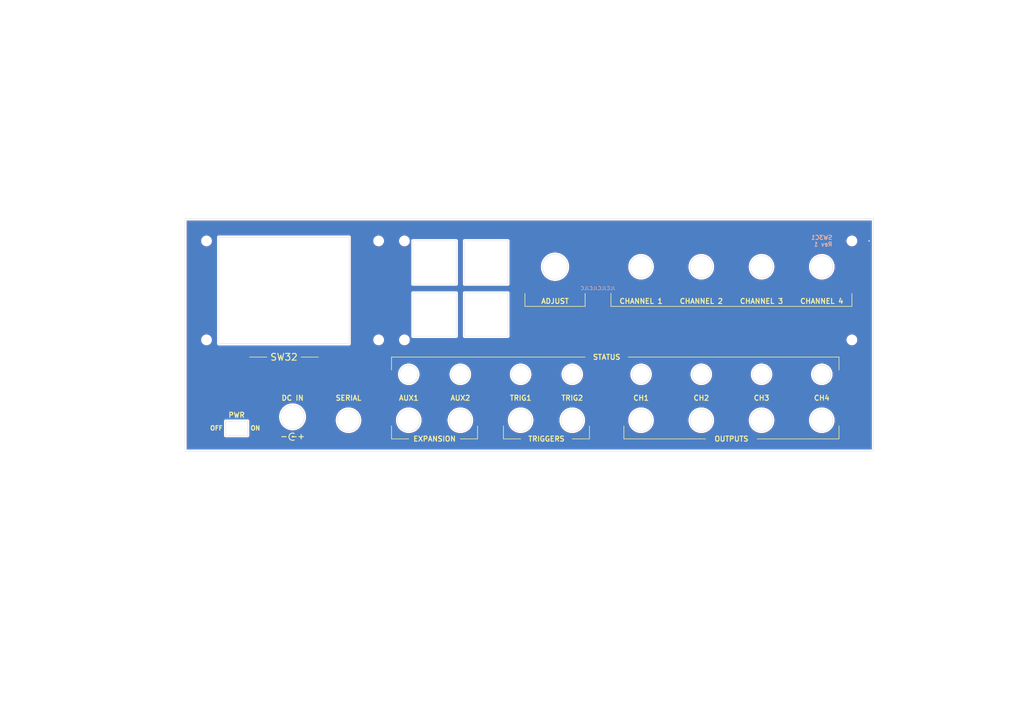
<source format=kicad_pcb>
(kicad_pcb (version 20211014) (generator pcbnew)
  (title_block (title "SW3C1 - Front Panel Cover") (date "2022-12-20") (rev "1") (company "saawsm"))
  (layers (0 "F.Cu" signal) (31 "B.Cu" signal) (34 "B.Paste" user) (35 "F.Paste" user) (36 "B.SilkS" user "B.Silkscreen") (37 "F.SilkS" user "F.Silkscreen") (38 "B.Mask" user) (39 "F.Mask" user) (44 "Edge.Cuts" user))
  (net 0 "")
  (net 1 "GND")
  (footprint "MountingHole:MountingHole_2.2mm_M2" (layer "F.Cu") (at 116.84 69.85)
    (fp_text reference "REF**" hide)
    (fp_text value "MountingHole_2.2mm_M2" hide)
    (pad "" np_thru_hole circle locked (at 0 0) (size 2.2 2.2) (drill 2.2) (layers *.Cu *.Mask))
  )
  (footprint "MountingHole:MountingHole_2.2mm_M2" (layer "F.Cu") (at 248.92 69.85)
    (fp_text reference "REF**" hide)
    (fp_text value "MountingHole_2.2mm_M2" hide)
    (pad "" np_thru_hole circle locked (at 0 0) (size 2.2 2.2) (drill 2.2) (layers *.Cu *.Mask))
  )
  (footprint "MountingHole:MountingHole_2.2mm_M2" (layer "F.Cu") (at 58.42 69.85)
    (fp_text reference "REF**" hide)
    (fp_text value "MountingHole_2.2mm_M2" hide)
    (pad "" np_thru_hole circle locked (at 0 0) (size 2.2 2.2) (drill 2.2) (layers *.Cu *.Mask))
  )
  (footprint "MountingHole:MountingHole_2.2mm_M2" (layer "F.Cu") (at 116.84 99.06)
    (fp_text reference "REF**" hide)
    (fp_text value "MountingHole_2.2mm_M2" hide)
    (pad "" np_thru_hole circle locked (at 0 0) (size 2.2 2.2) (drill 2.2) (layers *.Cu *.Mask))
  )
  (footprint "MountingHole:MountingHole_2.2mm_M2" (layer "F.Cu") (at 248.92 99.06)
    (fp_text reference "REF**" hide)
    (fp_text value "MountingHole_2.2mm_M2" hide)
    (pad "" np_thru_hole circle locked (at 0 0) (size 2.2 2.2) (drill 2.2) (layers *.Cu *.Mask))
  )
  (footprint "MountingHole:MountingHole_2.2mm_M2" (layer "F.Cu") (at 109.22 99.06)
    (fp_text reference "REF**" hide)
    (fp_text value "MountingHole_2.2mm_M2" hide)
    (pad "" np_thru_hole circle locked (at 0 0) (size 2.2 2.2) (drill 2.2) (layers *.Cu *.Mask))
  )
  (footprint "MountingHole:MountingHole_2.2mm_M2" (layer "F.Cu") (at 109.22 69.85)
    (fp_text reference "REF**" hide)
    (fp_text value "MountingHole_2.2mm_M2" hide)
    (pad "" np_thru_hole circle locked (at 0 0) (size 2.2 2.2) (drill 2.2) (layers *.Cu *.Mask))
  )
  (footprint "MountingHole:MountingHole_2.2mm_M2" (layer "F.Cu") (at 58.42 99.06)
    (fp_text reference "REF**" hide)
    (fp_text value "MountingHole_2.2mm_M2" hide)
    (pad "" np_thru_hole circle locked (at 0 0) (size 2.2 2.2) (drill 2.2) (layers *.Cu *.Mask))
  )
  (gr_line locked (start 113.03 124.46) (end 113.03 128.27) (layer "F.SilkS") (width 0.2))
  (gr_line locked (start 177.8 89.15) (end 248.92 89.15) (layer "F.SilkS") (width 0.2))
  (gr_line locked (start 182.88 104.14) (end 245.11 104.14) (layer "F.SilkS") (width 0.2))
  (gr_line locked (start 166.37 128.27) (end 171.45 128.27) (layer "F.SilkS") (width 0.2))
  (gr_line locked (start 71.12 104.14) (end 76.2 104.14) (layer "F.SilkS") (width 0.2))
  (gr_line locked (start 133.35 128.27) (end 138.43 128.27) (layer "F.SilkS") (width 0.2))
  (gr_line locked (start 83.82 127.635) (end 84.8851 127.635) (layer "F.SilkS") (width 0.3))
  (gr_line locked (start 146.05 128.27) (end 151.13 128.27) (layer "F.SilkS") (width 0.2))
  (gr_line locked (start 170.18 85.34) (end 170.18 89.15) (layer "F.SilkS") (width 0.2))
  (gr_line locked (start 248.92 85.34) (end 248.92 89.15) (layer "F.SilkS") (width 0.2))
  (gr_circle locked (center 83.820313 127.635) (end 84.020313 127.635) (layer "F.SilkS") (width 0.15) (fill solid))
  (gr_line locked (start 181.61 124.46) (end 181.61 128.27) (layer "F.SilkS") (width 0.2))
  (gr_line locked (start 177.8 85.34) (end 177.8 89.15) (layer "F.SilkS") (width 0.2))
  (gr_line locked (start 152.4 85.34) (end 152.4 89.15) (layer "F.SilkS") (width 0.2))
  (gr_line locked (start 113.03 128.27) (end 118.11 128.27) (layer "F.SilkS") (width 0.2))
  (gr_line locked (start 113.03 104.14) (end 170.18 104.14) (layer "F.SilkS") (width 0.2))
  (gr_line locked (start 152.4 89.15) (end 170.18 89.15) (layer "F.SilkS") (width 0.2))
  (gr_line locked (start 138.43 124.46) (end 138.43 128.27) (layer "F.SilkS") (width 0.2))
  (gr_line locked (start 86.36 104.14) (end 91.44 104.14) (layer "F.SilkS") (width 0.2))
  (gr_line locked (start 113.03 104.14) (end 113.03 107.95) (layer "F.SilkS") (width 0.2))
  (gr_line locked (start 245.11 104.14) (end 245.11 107.95) (layer "F.SilkS") (width 0.2))
  (gr_line locked (start 181.61 128.27) (end 205.74 128.27) (layer "F.SilkS") (width 0.2))
  (gr_line locked (start 171.45 124.46) (end 171.45 128.27) (layer "F.SilkS") (width 0.2))
  (gr_line locked (start 220.98 128.27) (end 245.11 128.27) (layer "F.SilkS") (width 0.2))
  (gr_line locked (start 146.05 124.46) (end 146.05 128.27) (layer "F.SilkS") (width 0.2))
  (gr_arc locked (start 84.29625 128.5875) (mid 82.755526 127.635) (end 84.29625 126.6825) (layer "F.SilkS") (width 0.3))
  (gr_line locked (start 86.36 128.27) (end 86.36 127) (layer "F.SilkS") (width 0.3))
  (gr_line locked (start 85.725 127.635) (end 86.995 127.635) (layer "F.SilkS") (width 0.3))
  (gr_line locked (start 245.11 124.46) (end 245.11 128.27) (layer "F.SilkS") (width 0.2))
  (gr_line locked (start 80.645 127.635) (end 81.915 127.635) (layer "F.SilkS") (width 0.3))
  (gr_circle locked (center 166.37 109.22) (end 169.07 109.22) (layer "Edge.Cuts") (width 0.1) (fill none))
  (gr_rect locked (start 134.57 85.19) (end 147.37 97.99) (layer "Edge.Cuts") (width 0.1) (fill none))
  (gr_circle locked (center 151.13 122.77) (end 154.43 122.77) (layer "Edge.Cuts") (width 0.1) (fill none))
  (gr_rect locked (start 119.33 85.19) (end 132.13 97.99) (layer "Edge.Cuts") (width 0.1) (fill none))
  (gr_circle locked (center 100.33 122.77) (end 103.63 122.77) (layer "Edge.Cuts") (width 0.1) (fill none))
  (gr_circle locked (center 240.03 77.47) (end 243.33 77.47) (layer "Edge.Cuts") (width 0.1) (fill none))
  (gr_circle locked (center 83.82 121.77) (end 87.32 121.77) (layer "Edge.Cuts") (width 0.1) (fill none))
  (gr_circle locked (center 151.13 109.22) (end 153.83 109.22) (layer "Edge.Cuts") (width 0.1) (fill none))
  (gr_circle locked (center 240.03 109.22) (end 242.73 109.22) (layer "Edge.Cuts") (width 0.1) (fill none))
  (gr_rect locked (start 52.07 63.32982) (end 255.27 131.91) (layer "Edge.Cuts") (width 0.1) (fill none))
  (gr_circle locked (center 186.69 109.22) (end 189.39 109.22) (layer "Edge.Cuts") (width 0.1) (fill none))
  (gr_circle locked (center 186.69 77.47) (end 189.99 77.47) (layer "Edge.Cuts") (width 0.1) (fill none))
  (gr_circle locked (center 133.35 122.77) (end 136.65 122.77) (layer "Edge.Cuts") (width 0.1) (fill none))
  (gr_circle locked (center 204.47 122.77) (end 207.77 122.77) (layer "Edge.Cuts") (width 0.1) (fill none))
  (gr_circle locked (center 118.11 122.77) (end 121.41 122.77) (layer "Edge.Cuts") (width 0.1) (fill none))
  (gr_circle locked (center 204.47 77.47) (end 207.77 77.47) (layer "Edge.Cuts") (width 0.1) (fill none))
  (gr_circle locked (center 166.37 122.77) (end 169.67 122.77) (layer "Edge.Cuts") (width 0.1) (fill none))
  (gr_circle locked (center 222.25 109.22) (end 224.95 109.22) (layer "Edge.Cuts") (width 0.1) (fill none))
  (gr_circle locked (center 240.03 122.77) (end 243.33 122.77) (layer "Edge.Cuts") (width 0.1) (fill none))
  (gr_circle locked (center 133.35 109.22) (end 136.05 109.22) (layer "Edge.Cuts") (width 0.1) (fill none))
  (gr_circle locked (center 222.25 122.77) (end 225.55 122.77) (layer "Edge.Cuts") (width 0.1) (fill none))
  (gr_circle locked (center 118.11 109.22) (end 120.81 109.22) (layer "Edge.Cuts") (width 0.1) (fill none))
  (gr_rect (start 62.03 68.705) (end 100.53 100.205) (layer "Edge.Cuts") (width 0.1) (fill none))
  (gr_circle locked (center 186.69 122.77) (end 189.99 122.77) (layer "Edge.Cuts") (width 0.1) (fill none))
  (gr_circle locked (center 161.29 77.47) (end 164.99 77.47) (layer "Edge.Cuts") (width 0.1) (fill none))
  (gr_rect locked (start 119.33 69.8) (end 132.13 82.6) (layer "Edge.Cuts") (width 0.1) (fill none))
  (gr_rect locked (start 134.57 69.8) (end 147.37 82.6) (layer "Edge.Cuts") (width 0.1) (fill none))
  (gr_circle locked (center 204.47 109.22) (end 207.17 109.22) (layer "Edge.Cuts") (width 0.1) (fill none))
  (gr_circle locked (center 222.25 77.47) (end 225.55 77.47) (layer "Edge.Cuts") (width 0.1) (fill none))
  (gr_rect locked (start 64.06 123.02) (end 70.56 127.32) (layer "Edge.Cuts") (width 0.1) (fill none))
  (gr_text "SW3C1\nRev 1" (at 243.28 69.85) (layer "B.SilkS") (effects (font (size 1.25 1.25) (thickness 0.25)) (justify left mirror)))
  (gr_text "JLCJLCJLCJLC" (at 173.99 83.82) (layer "B.SilkS") (effects (font (size 1 1)) (justify mirror)))
  (gr_text "OUTPUTS" (at 213.36 128.27) (layer "F.SilkS") (effects (font (size 1.5 1.5) (thickness 0.3))))
  (gr_text "AUX2" (at 133.35 116.205) (layer "F.SilkS") (effects (font (size 1.5 1.5) (thickness 0.3))))
  (gr_text "STATUS" (at 176.53 104.14) (layer "F.SilkS") (effects (font (size 1.5 1.5) (thickness 0.3))))
  (gr_text "SW32" (at 81.28 104.14) (layer "F.SilkS") (effects (font (size 2 2) (thickness 0.3))))
  (gr_text "CH4" (at 240.03 116.205) (layer "F.SilkS") (effects (font (size 1.5 1.5) (thickness 0.3))))
  (gr_text "ON" (at 72.849878 125.095) (layer "F.SilkS") (effects (font (size 1.3 1.3) (thickness 0.3))))
  (gr_text "ADJUST" (at 161.29 87.63) (layer "F.SilkS") (effects (font (size 1.5 1.5) (thickness 0.3))))
  (gr_text "TRIG1" (at 151.13 116.205) (layer "F.SilkS") (effects (font (size 1.5 1.5) (thickness 0.3))))
  (gr_text "PWR" (at 67.31 121.235) (layer "F.SilkS") (effects (font (size 1.5 1.5) (thickness 0.3))))
  (gr_text "TRIGGERS" (at 158.75 128.27) (layer "F.SilkS") (effects (font (size 1.5 1.5) (thickness 0.3))))
  (gr_text "EXPANSION" (at 125.73 128.27) (layer "F.SilkS") (effects (font (size 1.5 1.5) (thickness 0.3))))
  (gr_text "TRIG2" (at 166.37 116.205) (layer "F.SilkS") (effects (font (size 1.5 1.5) (thickness 0.3))))
  (gr_text "CHANNEL 1" (at 186.69 87.63) (layer "F.SilkS") (effects (font (size 1.5 1.5) (thickness 0.3))))
  (gr_text "CH2" (at 204.47 116.205) (layer "F.SilkS") (effects (font (size 1.5 1.5) (thickness 0.3))))
  (gr_text "AUX1" (at 118.11 116.205) (layer "F.SilkS") (effects (font (size 1.5 1.5) (thickness 0.3))))
  (gr_text "SERIAL" (at 100.33 116.205) (layer "F.SilkS") (effects (font (size 1.5 1.5) (thickness 0.3))))
  (gr_text "CHANNEL 4" (at 240.03 87.63) (layer "F.SilkS") (effects (font (size 1.5 1.5) (thickness 0.3))))
  (gr_text "CHANNEL 3" (at 222.25 87.63) (layer "F.SilkS") (effects (font (size 1.5 1.5) (thickness 0.3))))
  (gr_text "OFF" (at 61.345 125.095) (layer "F.SilkS") (effects (font (size 1.3 1.3) (thickness 0.3))))
  (gr_text "CHANNEL 2" (at 204.47 87.63) (layer "F.SilkS") (effects (font (size 1.5 1.5) (thickness 0.3))))
  (gr_text "DC IN" (at 83.82 116.205) (layer "F.SilkS") (effects (font (size 1.5 1.5) (thickness 0.3))))
  (gr_text "CH1" (at 186.69 116.205) (layer "F.SilkS") (effects (font (size 1.5 1.5) (thickness 0.3))))
  (gr_text "CH3" (at 222.25 116.205) (layer "F.SilkS") (effects (font (size 1.5 1.5) (thickness 0.3))))
  (via locked (at 254 69.85) (size 0.8) (drill 0.4) (layers "F.Cu" "B.Cu") (net 1))
  (zone locked (net 1) (net_name "GND") (layers F&B.Cu) (connect_pads (clearance 0.508)) (min_thickness 0.254) (fill yes (thermal_gap 0.508) (thermal_bridge_width 0.508) (island_removal_mode 1) (island_area_min 0))
    (polygon (pts (xy 299.72 212.09) (xy -2.54 212.09) (xy -2.54 -1.27) (xy 299.72 -1.27)))
  )
)
</source>
